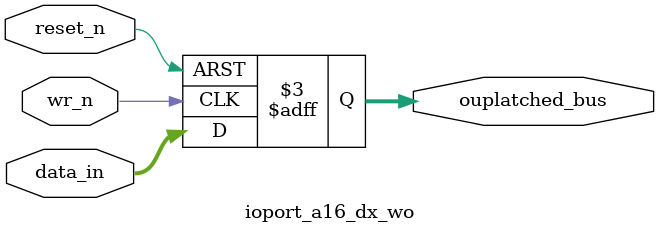
<source format=v>
/** @package zGlue

    @file ioport.v
        
    @brief building blocks for I/O port and peripheral registers;
            for eZ80 Family host processor with 24-bit address bus.

<BR>Simplified (2-clause) BSD License

Copyright (c) 2012, Douglas Beattie Jr.
All rights reserved.

Redistribution and use in source and hardware/binary forms, with or without
modification, are permitted provided that the following conditions are met:

1. Redistributions of source code must retain the above copyright notice,
   this list of conditions and the following disclaimer.

2. Redistributions in hardware/binary form must reproduce the above
   copyright notice, this list of conditions and the following disclaimer in
   the documentation and/or other materials provided with the distribution.

THIS RTL SOURCE IS PROVIDED BY DOUGLAS BEATTIE JR. "AS IS" AND ANY
EXPRESS OR IMPLIED WARRANTIES, INCLUDING, BUT NOT LIMITED TO, THE IMPLIED
WARRANTIES OF MERCHANTABILITY AND FITNESS FOR A PARTICULAR PURPOSE ARE
DISCLAIMED. IN NO EVENT SHALL DOUGLAS BEATTIE JR. BE LIABLE FOR ANY
DIRECT, INDIRECT, INCIDENTAL, SPECIAL, EXEMPLARY, OR CONSEQUENTIAL DAMAGES
(INCLUDING, BUT NOT LIMITED TO, PROCUREMENT OF SUBSTITUTE GOODS OR SERVICES;
LOSS OF USE, DATA, OR PROFITS; OR BUSINESS INTERRUPTION) HOWEVER CAUSED AND
ON ANY THEORY OF LIABILITY, WHETHER IN CONTRACT, STRICT LIABILITY, OR TORT
(INCLUDING NEGLIGENCE OR OTHERWISE) ARISING IN ANY WAY OUT OF THE USE OF
THIS RTL SOURCE, EVEN IF ADVISED OF THE POSSIBILITY OF SUCH DAMAGE.
                 
    Author: Douglas Beattie
    Created on: 4/12/2012 8:50:12 PM
	Last change: DBJR 4/28/2012 5:31:56 PM
*/
`timescale 1ns / 100ps

module ioport_a16_d8_wo(reset_n, wr_n, data_in, ouplatched_bus);
input           reset_n, wr_n;
input   [7:0]   data_in;
output reg  [7:0]   ouplatched_bus;
parameter INIT_VAL  = 8'b0 ;

always  @ (posedge wr_n or negedge reset_n)
    if (! reset_n)
        ouplatched_bus <= #1 INIT_VAL;
    else if (wr_n)
        ouplatched_bus <= #1 data_in;

endmodule

module ioport_a16_dx_wo(reset_n, wr_n, data_in, ouplatched_bus);
parameter NUM_BITS  = 8;
parameter INIT_VAL  = 0 ;
input       reset_n, wr_n;
input       [NUM_BITS-1:0]   data_in;
output reg  [NUM_BITS-1:0]   ouplatched_bus;

always  @ (posedge wr_n or negedge reset_n)
    if (! reset_n)
        ouplatched_bus <= #1 INIT_VAL;
    else if (wr_n)
        ouplatched_bus <= #1 data_in;

endmodule


</source>
